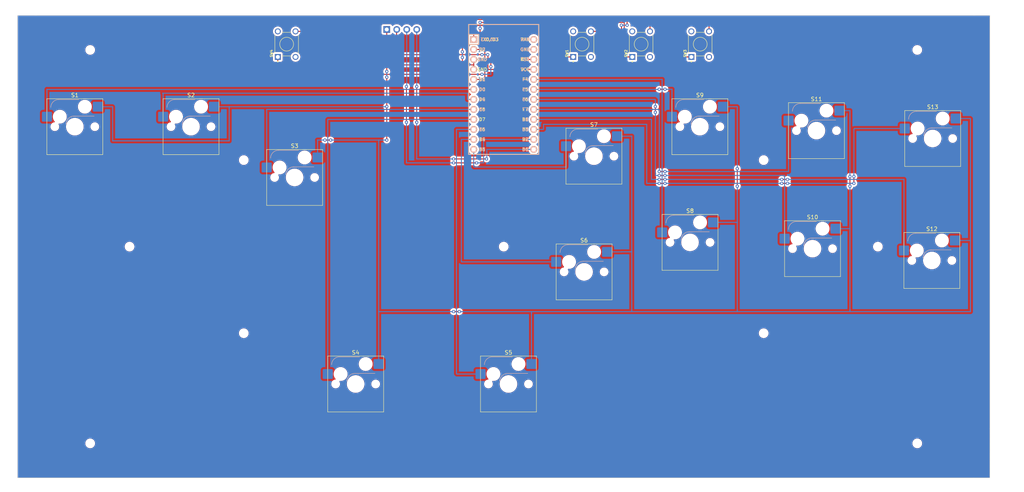
<source format=kicad_pcb>
(kicad_pcb (version 20221018) (generator pcbnew)
  (layers (0 "F.Cu" signal) (31 "B.Cu" signal) (34 "B.Paste" user) (35 "F.Paste" user) (36 "B.SilkS" user "B.Silkscreen") (37 "F.SilkS" user "F.Silkscreen") (38 "B.Mask" user) (39 "F.Mask" user) (44 "Edge.Cuts" user))
  (net 0 "")
  (net 1 "Ground")
  (net 2 "Power")
  (net 3 "Display1")
  (net 4 "Display2")
  (net 5 "Negative")
  (net 6 "Pin4")
  (net 7 "Pin5")
  (net 8 "Pin6")
  (net 9 "Pin7")
  (net 10 "Pin8")
  (net 11 "Pin9")
  (net 12 "Pin10")
  (net 13 "Pin11")
  (net 14 "Pin12")
  (net 15 "Pin13")
  (net 16 "Pin14")
  (net 17 "Pin15")
  (net 18 "Pin16")
  (net 19 "Positive")
  (net 21 "Pin1")
  (net 24 "Pin2")
  (net 27 "Pin3")
  (net 30 "Reset")
  (footprint "MountingHole:MountingHole_2mm" (layer "F.Cu") (at 239.8145 142.49)
    (fp_text reference "H9" hide)
    (fp_text value "Mounting_Hole")
    (pad "" np_thru_hole circle (at 0 0) (size 2 2) (drill 2) (layers "*.Cu" "*.Mask"))
  )
  (footprint "comps:SW_1825910-6-4" (layer "F.Cu") (at 193.7045 69.02 90)
    (fp_text reference "SW1" (at -2.3627 -3.844398 90) (layer "F.SilkS") (effects (font (size 0.630643 0.630643))))
    (fp_text value "1825910-6")
    (pad "1" thru_hole rect (at -3.25 -2.25 90) (size 1.498 1.498) (drill 0.99) (layers "*.Cu" "*.Mask") (net 21 "Pin1"))
    (pad "2" thru_hole circle (at 3.25 -2.25 90) (size 1.498 1.498) (drill 0.99) (layers "*.Cu" "*.Mask"))
    (pad "3" thru_hole circle (at -3.25 2.25 90) (size 1.498 1.498) (drill 0.99) (layers "*.Cu" "*.Mask"))
    (pad "4" thru_hole circle (at 3.25 2.25 90) (size 1.498 1.498) (drill 0.99) (layers "*.Cu" "*.Mask") (net 1 "Ground"))
  )
  (footprint "comps:SW_1825910-6-4" (layer "F.Cu") (at 118.7045 69.02 90)
    (fp_text reference "SW4" (at -2.3627 -3.844398 90) (layer "F.SilkS") (effects (font (size 0.630643 0.630643))))
    (fp_text value "1825910-6")
    (pad "1" thru_hole rect (at -3.25 -2.25 90) (size 1.498 1.498) (drill 0.99) (layers "*.Cu" "*.Mask") (net 30 "Reset"))
    (pad "2" thru_hole circle (at 3.25 -2.25 90) (size 1.498 1.498) (drill 0.99) (layers "*.Cu" "*.Mask"))
    (pad "3" thru_hole circle (at -3.25 2.25 90) (size 1.498 1.498) (drill 0.99) (layers "*.Cu" "*.Mask"))
    (pad "4" thru_hole circle (at 3.25 2.25 90) (size 1.498 1.498) (drill 0.99) (layers "*.Cu" "*.Mask") (net 1 "Ground"))
  )
  (footprint "MountingHole:MountingHole_2mm" (layer "F.Cu") (at 278.8145 70.49)
    (fp_text reference "H4" hide)
    (fp_text value "Mounting_Hole")
    (pad "" np_thru_hole circle (at 0 0) (size 2 2) (drill 2) (layers "*.Cu" "*.Mask"))
  )
  (footprint "ScottoKeebs_Hotswap:Hotswap_MX_1.00u" (layer "F.Cu") (at 196.72 97.5)
    (fp_text reference "S7" (at 0 -8) (layer "F.SilkS"))
    (fp_text value "Keyswitch")
    (pad "" np_thru_hole circle (at -5.08 0) (size 1.75 1.75) (drill 1.75) (layers "*.Cu" "*.Mask"))
    (pad "" np_thru_hole circle (at -3.81 -2.54) (size 3.05 3.05) (drill 3.05) (layers "*.Cu" "*.Mask"))
    (pad "" np_thru_hole circle (at 0 0) (size 4 4) (drill 4) (layers "*.Cu" "*.Mask"))
    (pad "" np_thru_hole circle (at 2.54 -5.08) (size 3.05 3.05) (drill 3.05) (layers "*.Cu" "*.Mask"))
    (pad "" np_thru_hole circle (at 5.08 0) (size 1.75 1.75) (drill 1.75) (layers "*.Cu" "*.Mask"))
    (pad "1" smd roundrect (at -7.085 -2.54) (size 2.55 2.5) (layers "B.Cu" "B.Paste" "B.Mask") (roundrect_rratio 0.1) (net 12 "Pin10"))
    (pad "2" smd roundrect (at 5.842 -5.08) (size 2.55 2.5) (layers "B.Cu" "B.Paste" "B.Mask") (roundrect_rratio 0.1) (net 1 "Ground"))
  )
  (footprint "ScottoKeebs_MCU:Arduino_Pro_Micro" (layer "F.Cu") (at 173.8145 81.8)
    (fp_text reference "U1" hide)
    (fp_text value "Arduino_Pro_Micro" hide)
    (fp_text user "F7" (at 5.461 3.81) (layer "B.SilkS") (effects (font (size 0.8 0.8)) (justify mirror)))
    (fp_text user "GND" (at -5.461 -8.89) (layer "B.SilkS") (effects (font (size 0.8 0.8)) (justify mirror)))
    (fp_text user "F6" (at 5.461 1.27) (layer "B.SilkS") (effects (font (size 0.8 0.8)) (justify mirror)))
    (fp_text user "B5" (at -5.461 13.97) (layer "B.SilkS") (effects (font (size 0.8 0.8)) (justify mirror)))
    (fp_text user "F5" (at 5.461 -1.27) (layer "B.SilkS") (effects (font (size 0.8 0.8)) (justify mirror)))
    (fp_text user "B2" (at 5.461 11.43) (layer "B.SilkS") (effects (font (size 0.8 0.8)) (justify mirror)))
    (fp_text user "ST" (at 5.04 -8.91) (layer "B.SilkS") (effects (font (size 0.8 0.8)) (justify mirror)))
    (fp_text user "E6" (at -5.461 8.89) (layer "B.SilkS") (effects (font (size 0.8 0.8)) (justify mirror)))
    (fp_text user "B6" (at 5.461 13.97) (layer "B.SilkS") (effects (font (size 0.8 0.8)) (justify mirror)))
    (fp_text user "D4" (at -5.461 1.27) (layer "B.SilkS") (effects (font (size 0.8 0.8)) (justify mirror)))
    (fp_text user "RAW" (at 5.461 -13.97) (layer "B.SilkS") (effects (font (size 0.8 0.8)) (justify mirror)))
    (fp_text user "B1" (at 5.461 6.35) (layer "B.SilkS") (effects (font (size 0.8 0.8)) (justify mirror)))
    (fp_text user "D0" (at -5.461 -1.27) (layer "B.SilkS") (effects (font (size 0.8 0.8)) (justify mirror)))
    (fp_text user "B4" (at -5.461 11.43) (layer "B.SilkS") (effects (font (size 0.8 0.8)) (justify mirror)))
    (fp_text user "F4" (at 5.461 -3.81) (layer "B.SilkS") (effects (font (size 0.8 0.8)) (justify mirror)))
    (fp_text user "GND" (at 5.461 -11.43) (layer "B.SilkS") (effects (font (size 0.8 0.8)) (justify mirror)))
    (fp_text user "D1" (at -5.461 -3.81) (layer "B.SilkS") (effects (font (size 0.8 0.8)) (justify mirror)))
    (fp_text user "TX0/D3" (at -3.571872 -13.97) (layer "B.SilkS") (effects (font (size 0.8 0.8)) (justify mirror)))
    (fp_text user "C6" (at -5.461 3.81) (layer "B.SilkS") (effects (font (size 0.8 0.8)) (justify mirror)))
    (fp_text user "D2" (at -5.461 -11.43) (layer "B.SilkS") (effects (font (size 0.8 0.8)) (justify mirror)))
    (fp_text user "VCC" (at 5.461 -6.35) (layer "B.SilkS") (effects (font (size 0.8 0.8)) (justify mirror)))
    (fp_text user "B3" (at 5.461 8.89) (layer "B.SilkS") (effects (font (size 0.8 0.8)) (justify mirror)))
    (fp_text user "D2" (at -5.461 -11.43) (layer "F.SilkS") (effects (font (size 0.8 0.8))))
    (fp_text user "C6" (at -5.461 3.81) (layer "F.SilkS") (effects (font (size 0.8 0.8))))
    (fp_text user "B3" (at 5.461 8.89) (layer "F.SilkS") (effects (font (size 0.8 0.8))))
    (fp_text user "B1" (at 5.461 6.35) (layer "F.SilkS") (effects (font (size 0.8 0.8))))
    (fp_text user "B2" (at 5.461 11.43) (layer "F.SilkS") (effects (font (size 0.8 0.8))))
    (fp_text user "F7" (at 5.461 3.81) (layer "F.SilkS") (effects (font (size 0.8 0.8))))
    (fp_text user "GND" (at -5.461 -6.35) (layer "F.SilkS") (effects (font (size 0.8 0.8))))
    (fp_text user "VCC" (at 5.461 -6.35) (layer "F.SilkS") (effects (font (size 0.8 0.8))))
    (fp_text user "D0" (at -5.461 -1.27) (layer "F.SilkS") (effects (font (size 0.8 0.8))))
    (fp_text user "B4" (at -5.461 11.43) (layer "F.SilkS") (effects (font (size 0.8 0.8))))
    (fp_text user "F6" (at 5.461 1.27) (layer "F.SilkS") (effects (font (size 0.8 0.8))))
    (fp_text user "RAW" (at 5.461 -13.97) (layer "F.SilkS") (effects (font (size 0.8 0.8))))
    (fp_text user "GND" (at -5.461 -8.89) (layer "F.SilkS") (effects (font (size 0.8 0.8))))
    (fp_text user "B6" (at 5.461 13.97) (layer "F.SilkS") (effects (font (size 0.8 0.8))))
    (fp_text user "GND" (at 5.461 -11.43) (layer "F.SilkS") (effects (font (size 0.8 0.8))))
    (fp_text user "F5" (at 5.461 -1.27) (layer "F.SilkS") (effects (font (size 0.8 0.8))))
    (fp_text user "B5" (at -5.461 13.97) (layer "F.SilkS") (effects (font (size 0.8 0.8))))
    (fp_text user "E6" (at -5.461 8.89) (layer "F.SilkS") (effects (font (size 0.8 0.8))))
    (fp_text user "D4" (at -5.461 1.27) (layer "F.SilkS") (effects (font (size 0.8 0.8))))
    (fp_text user "TX0/D3" (at -3.571872 -13.97) (layer "F.SilkS") (effects (font (size 0.8 0.8))))
    (fp_text user "F4" (at 5.461 -3.81) (layer "F.SilkS") (effects (font (size 0.8 0.8))))
    (fp_text user "ST" (at 5.73312 -8.92) (layer "F.SilkS") (effects (font (size 0.8 0.8))))
    (fp_text user "D1" (at -5.461 -3.81) (layer "F.SilkS") (effects (font (size 0.8 0.8))))
    (fp_text user "D7" (at -5.461 6.35) (layer "F.SilkS") (effects (font (size 0.8 0.8))))
    (pad "1" thru_hole rect (at -7.62 -13.97 270) (size 1.7526 1.7526) (drill 1.0922) (layers "*.Cu" "*.SilkS" "*.Mask") (net 21 "Pin1"))
    (pad "2" thru_hole circle (at -7.62 -11.43 270) (size 1.7526 1.7526) (drill 1.0922) (layers "*.Cu" "*.SilkS" "*.Mask") (net 24 "Pin2"))
    (pad "3" thru_hole circle (at -7.62 -8.89 270) (size 1.7526 1.7526) (drill 1.0922) (layers "*.Cu" "*.SilkS" "*.Mask") (net 1 "Ground"))
    (pad "4" thru_hole circle (at -7.62 -6.35 270) (size 1.7526 1.7526) (drill 1.0922) (layers "*.Cu" "*.SilkS" "*.Mask") (net 1 "Ground"))
    (pad "5" thru_hole circle (at -7.62 -3.81 270) (size 1.7526 1.7526) (drill 1.0922) (layers "*.Cu" "*.SilkS" "*.Mask") (net 27 "Pin3"))
    (pad "6" thru_hole circle (at -7.62 -1.27 270) (size 1.7526 1.7526) (drill 1.0922) (layers "*.Cu" "*.SilkS" "*.Mask") (net 6 "Pin4"))
    (pad "7" thru_hole circle (at -7.62 1.27 270) (size 1.7526 1.7526) (drill 1.0922) (layers "*.Cu" "*.SilkS" "*.Mask") (net 7 "Pin5"))
    (pad "8" thru_hole circle (at -7.62 3.81 270) (size 1.7526 1.7526) (drill 1.0922) (layers "*.Cu" "*.SilkS" "*.Mask") (net 8 "Pin6"))
    (pad "9" thru_hole circle (at -7.62 6.35 270) (size 1.7526 1.7526) (drill 1.0922) (layers "*.Cu" "*.SilkS" "*.Mask") (net 9 "Pin7"))
    (pad "10" thru_hole circle (at -7.62 8.89 270) (size 1.7526 1.7526) (drill 1.0922) (layers "*.Cu" "*.SilkS" "*.Mask") (net 10 "Pin8"))
    (pad "11" thru_hole circle (at -7.62 11.43 270) (size 1.7526 1.7526) (drill 1.0922) (layers "*.Cu" "*.SilkS" "*.Mask") (net 11 "Pin9"))
    (pad "12" thru_hole circle (at -7.62 13.97 270) (size 1.7526 1.7526) (drill 1.0922) (layers "*.Cu" "*.SilkS" "*.Mask") (net 12 "Pin10"))
    (pad "13" thru_hole circle (at 7.62 13.97 270) (size 1.7526 1.7526) (drill 1.0922) (layers "*.Cu" "*.SilkS" "*.Mask") (net 4 "Display2"))
    (pad "14" thru_hole circle (at 7.62 11.43 270) (size 1.7526 1.7526) (drill 1.0922) (layers "*.Cu" "*.SilkS" "*.Mask") (net 3 "Display1"))
    (pad "15" thru_hole circle (at 7.62 8.89 270) (size 1.7526 1.7526) (drill 1.0922) (layers "*.Cu" "*.SilkS" "*.Mask") (net 18 "Pin16"))
    (pad "16" thru_hole circle (at 7.62 6.35 270) (size 1.7526 1.7526) (drill 1.0922) (layers "*.Cu" "*.SilkS" "*.Mask") (net 17 "Pin15"))
    (pad "17" thru_hole circle (at 7.62 3.81 270) (size 1.7526 1.7526) (drill 1.0922) (layers "*.Cu" "*.SilkS" "*.Mask") (net 16 "Pin14"))
    (pad "18" thru_hole circle (at 7.62 1.27 270) (size 1.7526 1.7526) (drill 1.0922) (layers "*.Cu" "*.SilkS" "*.Mask") (net 15 "Pin13"))
    (pad "19" thru_hole circle (at 7.62 -1.27 270) (size 1.7526 1.7526) (drill 1.0922) (layers "*.Cu" "*.SilkS" "*.Mask") (net 14 "Pin12"))
    (pad "20" thru_hole circle (at 7.62 -3.81 270) (size 1.7526 1.7526) (drill 1.0922) (layers "*.Cu" "*.SilkS" "*.Mask") (net 13 "Pin11"))
    (pad "21" thru_hole circle (at 7.62 -6.35 270) (size 1.7526 1.7526) (drill 1.0922) (layers "*.Cu" "*.SilkS" "*.Mask") (net 2 "Power"))
    (pad "22" thru_hole circle (at 7.62 -8.89 270) (size 1.7526 1.7526) (drill 1.0922) (layers "*.Cu" "*.SilkS" "*.Mask") (net 30 "Reset"))
    (pad "23" thru_hole circle (at 7.62 -11.43 270) (size 1.7526 1.7526) (drill 1.0922) (layers "*.Cu" "*.SilkS" "*.Mask") (net 5 "Negative"))
    (pad "24" thru_hole circle (at 7.62 -13.97 270) (size 1.7526 1.7526) (drill 1.0922) (layers "*.Cu" "*.SilkS" "*.Mask") (net 19 "Positive"))
  )
  (footprint "MountingHole:MountingHole_2mm" (layer "F.Cu") (at 268.8145 120.49)
    (fp_text reference "H5" hide)
    (fp_text value "Mounting_Hole")
    (pad "" np_thru_hole circle (at 0 0) (size 2 2) (drill 2) (layers "*.Cu" "*.Mask"))
  )
  (footprint "MountingHole:MountingHole_2mm" (layer "F.Cu") (at 107.8145 98.49)
    (fp_text reference "H7" hide)
    (fp_text value "Mounting_Hole")
    (pad "" np_thru_hole circle (at 0 0) (size 2 2) (drill 2) (layers "*.Cu" "*.Mask"))
  )
  (footprint "ScottoKeebs_Hotswap:Hotswap_MX_1.00u" (layer "F.Cu") (at 221.12 119.4)
    (fp_text reference "S8" (at 0 -8) (layer "F.SilkS"))
    (fp_text value "Keyswitch")
    (pad "" np_thru_hole circle (at -5.08 0) (size 1.75 1.75) (drill 1.75) (layers "*.Cu" "*.Mask"))
    (pad "" np_thru_hole circle (at -3.81 -2.54) (size 3.05 3.05) (drill 3.05) (layers "*.Cu" "*.Mask"))
    (pad "" np_thru_hole circle (at 0 0) (size 4 4) (drill 4) (layers "*.Cu" "*.Mask"))
    (pad "" np_thru_hole circle (at 2.54 -5.08) (size 3.05 3.05) (drill 3.05) (layers "*.Cu" "*.Mask"))
    (pad "" np_thru_hole circle (at 5.08 0) (size 1.75 1.75) (drill 1.75) (layers "*.Cu" "*.Mask"))
    (pad "1" smd roundrect (at -7.085 -2.54) (size 2.55 2.5) (layers "B.Cu" "B.Paste" "B.Mask") (roundrect_rratio 0.1) (net 13 "Pin11"))
    (pad "2" smd roundrect (at 5.842 -5.08) (size 2.55 2.5) (layers "B.Cu" "B.Paste" "B.Mask") (roundrect_rratio 0.1) (net 1 "Ground"))
  )
  (footprint "ScottoKeebs_Hotswap:Hotswap_MX_1.00u" (layer "F.Cu") (at 253.22 91)
    (fp_text reference "S11" (at 0 -8) (layer "F.SilkS"))
    (fp_text value "Keyswitch")
    (pad "" np_thru_hole circle (at -5.08 0) (size 1.75 1.75) (drill 1.75) (layers "*.Cu" "*.Mask"))
    (pad "" np_thru_hole circle (at -3.81 -2.54) (size 3.05 3.05) (drill 3.05) (layers "*.Cu" "*.Mask"))
    (pad "" np_thru_hole circle (at 0 0) (size 4 4) (drill 4) (layers "*.Cu" "*.Mask"))
    (pad "" np_thru_hole circle (at 2.54 -5.08) (size 3.05 3.05) (drill 3.05) (layers "*.Cu" "*.Mask"))
    (pad "" np_thru_hole circle (at 5.08 0) (size 1.75 1.75) (drill 1.75) (layers "*.Cu" "*.Mask"))
    (pad "1" smd roundrect (at -7.085 -2.54) (size 2.55 2.5) (layers "B.Cu" "B.Paste" "B.Mask") (roundrect_rratio 0.1) (net 16 "Pin14"))
    (pad "2" smd roundrect (at 5.842 -5.08) (size 2.55 2.5) (layers "B.Cu" "B.Paste" "B.Mask") (roundrect_rratio 0.1) (net 1 "Ground"))
  )
  (footprint "MountingHole:MountingHole_2mm" (layer "F.Cu") (at 68.8145 70.49)
    (fp_text reference "H1" hide)
    (fp_text value "Mounting_Hole")
    (pad "" np_thru_hole circle (at 0 0) (size 2 2) (drill 2) (layers "*.Cu" "*.Mask"))
  )
  (footprint "ScottoKeebs_Hotswap:Hotswap_MX_1.00u" (layer "F.Cu") (at 223.62 90)
    (fp_text reference "S9" (at 0 -8) (layer "F.SilkS"))
    (fp_text value "Keyswitch")
    (pad "" np_thru_hole circle (at -5.08 0) (size 1.75 1.75) (drill 1.75) (layers "*.Cu" "*.Mask"))
    (pad "" np_thru_hole circle (at -3.81 -2.54) (size 3.05 3.05) (drill 3.05) (layers "*.Cu" "*.Mask"))
    (pad "" np_thru_hole circle (at 0 0) (size 4 4) (drill 4) (layers "*.Cu" "*.Mask"))
    (pad "" np_thru_hole circle (at 2.54 -5.08) (size 3.05 3.05) (drill 3.05) (layers "*.Cu" "*.Mask"))
    (pad "" np_thru_hole circle (at 5.08 0) (size 1.75 1.75) (drill 1.75) (layers "*.Cu" "*.Mask"))
    (pad "1" smd roundrect (at -7.085 -2.54) (size 2.55 2.5) (layers "B.Cu" "B.Paste" "B.Mask") (roundrect_rratio 0.1) (net 14 "Pin12"))
    (pad "2" smd roundrect (at 5.842 -5.08) (size 2.55 2.5) (layers "B.Cu" "B.Paste" "B.Mask") (roundrect_rratio 0.1) (net 1 "Ground"))
  )
  (footprint "MountingHole:MountingHole_2mm" (layer "F.Cu") (at 173.8145 120.49)
    (fp_text reference "H11" hide)
    (fp_text value "Mounting_Hole")
    (pad "" np_thru_hole circle (at 0 0) (size 2 2) (drill 2) (layers "*.Cu" "*.Mask"))
  )
  (footprint "MountingHole:MountingHole_2mm" (layer "F.Cu") (at 78.8145 120.49)
    (fp_text reference "H6" hide)
    (fp_text value "Mounting_Hole")
    (pad "" np_thru_hole circle (at 0 0) (size 2 2) (drill 2) (layers "*.Cu" "*.Mask"))
  )
  (footprint "ScottoKeebs_Hotswap:Hotswap_MX_1.00u" (layer "F.Cu") (at 282.72 93)
    (fp_text reference "S13" (at 0 -8) (layer "F.SilkS"))
    (fp_text value "Keyswitch")
    (pad "" np_thru_hole circle (at -5.08 0) (size 1.75 1.75) (drill 1.75) (layers "*.Cu" "*.Mask"))
    (pad "" np_thru_hole circle (at -3.81 -2.54) (size 3.05 3.05) (drill 3.05) (layers "*.Cu" "*.Mask"))
    (pad "" np_thru_hole circle (at 0 0) (size 4 4) (drill 4) (layers "*.Cu" "*.Mask"))
    (pad "" np_thru_hole circle (at 2.54 -5.08) (size 3.05 3.05) (drill 3.05) (layers "*.Cu" "*.Mask"))
    (pad "" np_thru_hole circle (at 5.08 0) (size 1.75 1.75) (drill 1.75) (layers "*.Cu" "*.Mask"))
    (pad "1" smd roundrect (at -7.085 -2.54) (size 2.55 2.5) (layers "B.Cu" "B.Paste" "B.Mask") (roundrect_rratio 0.1) (net 18 "Pin16"))
    (pad "2" smd roundrect (at 5.842 -5.08) (size 2.55 2.5) (layers "B.Cu" "B.Paste" "B.Mask") (roundrect_rratio 0.1) (net 1 "Ground"))
  )
  (footprint "ScottoKeebs_Hotswap:Hotswap_MX_1.00u" (layer "F.Cu") (at 64.92 90)
    (fp_text reference "S1" (at 0 -8) (layer "F.SilkS"))
    (fp_text value "Keyswitch")
    (pad "" np_thru_hole circle (at -5.08 0) (size 1.75 1.75) (drill 1.75) (layers "*.Cu" "*.Mask"))
    (pad "" np_thru_hole circle (at -3.81 -2.54) (size 3.05 3.05) (drill 3.05) (layers "*.Cu" "*.Mask"))
    (pad "" np_thru_hole circle (at 0 0) (size 4 4) (drill 4) (layers "*.Cu" "*.Mask"))
    (pad "" np_thru_hole circle (at 2.54 -5.08) (size 3.05 3.05) (drill 3.05) (layers "*.Cu" "*.Mask"))
    (pad "" np_thru_hole circle (at 5.08 0) (size 1.75 1.75) (drill 1.75) (layers "*.Cu" "*.Mask"))
    (pad "1" smd roundrect (at -7.085 -2.54) (size 2.55 2.5) (layers "B.Cu" "B.Paste" "B.Mask") (roundrect_rratio 0.1) (net 6 "Pin4"))
    (pad "2" smd roundrect (at 5.842 -5.08) (size 2.55 2.5) (layers "B.Cu" "B.Paste" "B.Mask") (roundrect_rratio 0.1) (net 1 "Ground"))
  )
  (footprint "MountingHole:MountingHole_2mm" (layer "F.Cu") (at 68.8145 170.49)
    (fp_text reference "H2" hide)
    (fp_text value "Mounting_Hole")
    (pad "" np_thru_hole circle (at 0 0) (size 2 2) (drill 2) (layers "*.Cu" "*.Mask"))
  )
  (footprint "ScottoKeebs_Hotswap:Hotswap_MX_1.00u" (layer "F.Cu") (at 194.22 126.9)
    (fp_text reference "S6" (at 0 -8) (layer "F.SilkS"))
    (fp_text value "Keyswitch")
    (pad "" np_thru_hole circle (at -5.08 0) (size 1.75 1.75) (drill 1.75) (layers "*.Cu" "*.Mask"))
    (pad "" np_thru_hole circle (at -3.81 -2.54) (size 3.05 3.05) (drill 3.05) (layers "*.Cu" "*.Mask"))
    (pad "" np_thru_hole circle (at 0 0) (size 4 4) (drill 4) (layers "*.Cu" "*.Mask"))
    (pad "" np_thru_hole circle (at 2.54 -5.08) (size 3.05 3.05) (drill 3.05) (layers "*.Cu" "*.Mask"))
    (pad "" np_thru_hole circle (at 5.08 0) (size 1.75 1.75) (drill 1.75) (layers "*.Cu" "*.Mask"))
    (pad "1" smd roundrect (at -7.085 -2.54) (size 2.55 2.5) (layers "B.Cu" "B.Paste" "B.Mask") (roundrect_rratio 0.1) (net 11 "Pin9"))
    (pad "2" smd roundrect (at 5.842 -5.08) (size 2.55 2.5) (layers "B.Cu" "B.Paste" "B.Mask") (roundrect_rratio 0.1) (net 1 "Ground"))
  )
  (footprint "MountingHole:MountingHole_2mm" (layer "F.Cu") (at 107.8145 142.49)
    (fp_text reference "H10" hide)
    (fp_text value "Mounting_Hole")
    (pad "" np_thru_hole circle (at 0 0) (size 2 2) (drill 2) (layers "*.Cu" "*.Mask"))
  )
  (footprint "ScottoKeebs_Hotswap:Hotswap_MX_1.00u" (layer "F.Cu") (at 252.22 121)
    (fp_text reference "S10" (at 0 -8) (layer "F.SilkS"))
    (fp_text value "Keyswitch")
    (pad "" np_thru_hole circle (at -5.08 0) (size 1.75 1.75) (drill 1.75) (layers "*.Cu" "*.Mask"))
    (pad "" np_thru_hole circle (at -3.81 -2.54) (size 3.05 3.05) (drill 3.05) (layers "*.Cu" "*.Mask"))
    (pad "" np_thru_hole circle (at 0 0) (size 4 4) (drill 4) (layers "*.Cu" "*.Mask"))
    (pad "" np_thru_hole circle (at 2.54 -5.08) (size 3.05 3.05) (drill 3.05) (layers "*.Cu" "*.Mask"))
    (pad "" np_thru_hole circle (at 5.08 0) (size 1.75 1.75) (drill 1.75) (layers "*.Cu" "*.Mask"))
    (pad "1" smd roundrect (at -7.085 -2.54) (size 2.55 2.5) (layers "B.Cu" "B.Paste" "B.Mask") (roundrect_rratio 0.1) (net 15 "Pin13"))
    (pad "2" smd roundrect (at 5.842 -5.08) (size 2.55 2.5) (layers "B.Cu" "B.Paste" "B.Mask") (roundrect_rratio 0.1) (net 1 "Ground"))
  )
  (footprint "ScottoKeebs_Hotswap:Hotswap_MX_1.00u" (layer "F.Cu") (at 94.42 90)
    (fp_text reference "S2" (at 0 -8) (layer "F.SilkS"))
    (fp_text value "Keyswitch")
    (pad "" np_thru_hole circle (at -5.08 0) (size 1.75 1.75) (drill 1.75) (layers "*.Cu" "*.Mask"))
    (pad "" np_thru_hole circle (at -3.81 -2.54) (size 3.05 3.05) (drill 3.05) (layers "*.Cu" "*.Mask"))
    (pad "" np_thru_hole circle (at 0 0) (size 4 4) (drill 4) (layers "*.Cu" "*.Mask"))
    (pad "" np_thru_hole circle (at 2.54 -5.08) (size 3.05 3.05) (drill 3.05) (layers "*.Cu" "*.Mask"))
    (pad "" np_thru_hole circle (at 5.08 0) (size 1.75 1.75) (drill 1.75) (layers "*.Cu" "*.Mask"))
    (pad "1" smd roundrect (at -7.085 -2.54) (size 2.55 2.5) (layers "B.Cu" "B.Paste" "B.Mask") (roundrect_rratio 0.1) (net 7 "Pin5"))
    (pad "2" smd roundrect (at 5.842 -5.08) (size 2.55 2.5) (layers "B.Cu" "B.Paste" "B.Mask") (roundrect_rratio 0.1) (net 1 "Ground"))
  )
  (footprint "MountingHole:MountingHole_2mm" (layer "F.Cu") (at 278.8145 170.49)
    (fp_text reference "H3" hide)
    (fp_text value "Mounting_Hole")
    (pad "" np_thru_hole circle (at 0 0) (size 2 2) (drill 2) (layers "*.Cu" "*.Mask"))
  )
  (footprint "ScottoKeebs_Hotswap:Hotswap_MX_1.00u" (layer "F.Cu") (at 282.52 124)
    (fp_text reference "S12" (at 0 -8) (layer "F.SilkS"))
    (fp_text value "Keyswitch")
    (pad "" np_thru_hole circle (at -5.08 0) (size 1.75 1.75) (drill 1.75) (layers "*.Cu" "*.Mask"))
    (pad "" np_thru_hole circle (at -3.81 -2.54) (size 3.05 3.05) (drill 3.05) (layers "*.Cu" "*.Mask"))
    (pad "" np_thru_hole circle (at 0 0) (size 4 4) (drill 4) (layers "*.Cu" "*.Mask"))
    (pad "" np_thru_hole circle (at 2.54 -5.08) (size 3.05 3.05) (drill 3.05) (layers "*.Cu" "*.Mask"))
    (pad "" np_thru_hole circle (at 5.08 0) (size 1.75 1.75) (drill 1.75) (layers "*.Cu" "*.Mask"))
    (pad "1" smd roundrect (at -7.085 -2.54) (size 2.55 2.5) (layers "B.Cu" "B.Paste" "B.Mask") (roundrect_rratio 0.1) (net 17 "Pin15"))
    (pad "2" smd roundrect (at 5.842 -5.08) (size 2.55 2.5) (layers "B.Cu" "B.Paste" "B.Mask") (roundrect_rratio 0.1) (net 1 "Ground"))
  )
  (footprint "ScottoKeebs_Components:OLED_128x64" (layer "F.Cu") (at 147.9245 65.29)
    (fp_text reference "J1" hide)
    (fp_text value "OLED_128x64" hide)
    (pad "1" thru_hole rect (at -3.81 0 90) (size 1.7 1.7) (drill 1) (layers "*.Cu" "*.Mask") (net 1 "Ground"))
    (pad "2" thru_hole oval (at -1.27 0 90) (size 1.7 1.7) (drill 1) (layers "*.Cu" "*.Mask") (net 2 "Power"))
    (pad "3" thru_hole oval (at 1.27 0 90) (size 1.7 1.7) (drill 1) (layers "*.Cu" "*.Mask") (net 3 "Display1"))
    (pad "4" thru_hole oval (at 3.81 0 90) (size 1.7 1.7) (drill 1) (layers "*.Cu" "*.Mask") (net 4 "Display2"))
  )
  (footprint "ScottoKeebs_Hotswap:Hotswap_MX_1.00u" (layer "F.Cu") (at 136.22 155.4)
    (fp_text reference "S4" (at 0 -8) (layer "F.SilkS"))
    (fp_text value "Keyswitch")
    (pad "" np_thru_hole circle (at -5.08 0) (size 1.75 1.75) (drill 1.75) (layers "*.Cu" "*.Mask"))
    (pad "" np_thru_hole circle (at -3.81 -2.54) (size 3.05 3.05) (drill 3.05) (layers "*.Cu" "*.Mask"))
    (pad "" np_thru_hole circle (at 0 0) (size 4 4) (drill 4) (layers "*.Cu" "*.Mask"))
    (pad "" np_thru_hole circle (at 2.54 -5.08) (size 3.05 3.05) (drill 3.05) (layers "*.Cu" "*.Mask"))
    (pad "" np_thru_hole circle (at 5.08 0) (size 1.75 1.75) (drill 1.75) (layers "*.Cu" "*.Mask"))
    (pad "1" smd roundrect (at -7.085 -2.54) (size 2.55 2.5) (layers "B.Cu" "B.Paste" "B.Mask") (roundrect_rratio 0.1) (net 9 "Pin7"))
    (pad "2" smd roundrect (at 5.842 -5.08) (size 2.55 2.5) (layers "B.Cu" "B.Paste" "B.Mask") (roundrect_rratio 0.1) (net 1 "Ground"))
  )
  (footprint "comps:SW_1825910-6-4" (layer "F.Cu") (at 223.7045 69.02 90)
    (fp_text reference "SW3" (at -2.3627 -3.844398 90) (layer "F.SilkS") (effects (font (size 0.630643 0.630643))))
    (fp_text value "1825910-6")
    (pad "1" thru_hole rect (at -3.25 -2.25 90) (size 1.498 1.498) (drill 0.99) (layers "*.Cu" "*.Mask") (net 27 "Pin3"))
    (pad "2" thru_hole circle (at 3.25 -2.25 90) (size 1.498 1.498) (drill 0.99) (layers "*.Cu" "*.Mask"))
    (pad "3" thru_hole circle (at -3.25 2.25 90) (size 1.498 1.498) (drill 0.99) (layers "*.Cu" "*.Mask"))
    (pad "4" thru_hole circle (at 3.25 2.25 90) (size 1.498 1.498) (drill 0.99) (layers "*.Cu" "*.Mask") (net 1 "Ground"))
  )
  (footprint "MountingHole:MountingHole_2mm" (layer "F.Cu") (at 239.8145 98.49)
    (fp_text reference "H8" hide)
    (fp_text value "Mounting_Hole")
    (pad "" np_thru_hole circle (at 0 0) (size 2 2) (drill 2) (layers "*.Cu" "*.Mask"))
  )
  (footprint "ScottoKeebs_Hotswap:Hotswap_MX_1.00u" (layer "F.Cu") (at 175.02 155.4)
    (fp_text reference "S5" (at 0 -8) (layer "F.SilkS"))
    (fp_text value "Keyswitch")
    (pad "" np_thru_hole circle (at -5.08 0) (size 1.75 1.75) (drill 1.75) (layers "*.Cu" "*.Mask"))
    (pad "" np_thru_hole circle (at -3.81 -2.54) (size 3.05 3.05) (drill 3.05) (layers "*.Cu" "*.Mask"))
    (pad "" np_thru_hole circle (at 0 0) (size 4 4) (drill 4) (layers "*.Cu" "*.Mask"))
    (pad "" np_thru_hole circle (at 2.54 -5.08) (size 3.05 3.05) (drill 3.05) (layers "*.Cu" "*.Mask"))
    (pad "" np_thru_hole circle (at 5.08 0) (size 1.75 1.75) (drill 1.75) (layers "*.Cu" "*.Mask"))
    (pad "1" smd roundrect (at -7.085 -2.54) (size 2.55 2.5) (layers "B.Cu" "B.Paste" "B.Mask") (roundrect_rratio 0.1) (net 10 "Pin8"))
    (pad "2" smd roundrect (at 5.842 -5.08) (size 2.55 2.5) (layers "B.Cu" "B.Paste" "B.Mask") (roundrect_rratio 0.1) (net 1 "Ground"))
  )
  (footprint "ScottoKeebs_Hotswap:Hotswap_MX_1.00u" (layer "F.Cu") (at 120.72 102.9)
    (fp_text reference "S3" (at 0 -8) (layer "F.SilkS"))
    (fp_text value "Keyswitch")
    (pad "" np_thru_hole circle (at -5.08 0) (size 1.75 1.75) (drill 1.75) (layers "*.Cu" "*.Mask"))
    (pad "" np_thru_hole circle (at -3.81 -2.54) (size 3.05 3.05) (drill 3.05) (layers "*.Cu" "*.Mask"))
    (pad "" np_thru_hole circle (at 0 0) (size 4 4) (drill 4) (layers "*.Cu" "*.Mask"))
    (pad "" np_thru_hole circle (at 2.54 -5.08) (size 3.05 3.05) (drill 3.05) (layers "*.Cu" "*.Mask"))
    (pad "" np_thru_hole circle (at 5.08 0) (size 1.75 1.75) (drill 1.75) (layers "*.Cu" "*.Mask"))
    (pad "1" smd roundrect (at -7.085 -2.54) (size 2.55 2.5) (layers "B.Cu" "B.Paste" "B.Mask") (roundrect_rratio 0.1) (net 8 "Pin6"))
    (pad "2" smd roundrect (at 5.842 -5.08) (size 2.55 2.5) (layers "B.Cu" "B.Paste" "B.Mask") (roundrect_rratio 0.1) (net 1 "Ground"))
  )
  (footprint "comps:SW_1825910-6-4" (layer "F.Cu") (at 208.7045 69.02 90)
    (fp_text reference "SW2" (at -2.3627 -3.844398 90) (layer "F.SilkS") (effects (font (size 0.630643 0.630643))))
    (fp_text value "1825910-6")
    (pad "1" thru_hole rect (at -3.25 -2.25 90) (size 1.498 1.498) (drill 0.99) (layers "*.Cu" "*.Mask") (net 24 "Pin2"))
    (pad "2" thru_hole circle (at 3.25 -2.25 90) (size 1.498 1.498) (drill 0.99) (layers "*.Cu" "*.Mask"))
    (pad "3" thru_hole circle (at -3.25 2.25 90) (size 1.498 1.498) (drill 0.99) (layers "*.Cu" "*.Mask"))
    (pad "4" thru_hole circle (at 3.25 2.25 90) (size 1.498 1.498) (drill 0.99) (layers "*.Cu" "*.Mask") (net 1 "Ground"))
  )
  (gr_line (start 297.247 166.74) (end 297.237 179.24) (stroke (width 0.1)) (layer "Edge.Cuts"))
  (gr_line (start 297.247 61.74) (end 297.247 166.74) (stroke (width 0.1)) (layer "Edge.Cuts"))
  (gr_line (start 293.137 61.74) (end 297.247 61.74) (stroke (width 0.1)) (layer "Edge.Cuts"))
  (gr_line (start 170.137 61.74) (end 293.137 61.74) (stroke (width 0.1)) (layer "Edge.Cuts"))
  (gr_line (start 50.392 61.74) (end 50.392 179.24) (stroke (width 0.1)) (layer "Edge.Cuts"))
  (gr_line (start 293.137 179.24) (end 55.137 179.24) (stroke (width 0.1)) (layer "Edge.Cuts"))
  (gr_line (start 170.137 61.74) (end 55.137 61.74) (stroke (width 0.1)) (layer "Edge.Cuts"))
  (gr_line (start 293.137 179.24) (end 297.237 179.24) (stroke (width 0.1)) (layer "Edge.Cuts"))
  (gr_line (start 55.137 61.74) (end 50.392 61.74) (stroke (width 0.1)) (layer "Edge.Cuts"))
  (gr_line (start 55.137 179.24) (end 50.392 179.24) (stroke (width 0.1)) (layer "Edge.Cuts"))
  (segment (start 144.12 74.1955) (end 144.12 75.965) (width 0.25) (layer "F.Cu") (net 1))
  (segment (start 210.9545 62.8345) (end 210.885 62.765) (width 0.25) (layer "F.Cu") (net 1))
  (segment (start 233.12 100.675) (end 233.12 105.125) (width 0.25) (layer "F.Cu") (net 1))
  (segment (start 261.719997 102.675) (end 261.719997 105.124997) (width 0.25) (layer "F.Cu") (net 1))
  (segment (start 166.1945 72.91) (end 166.1945 74.29) (width 0.25) (layer "F.Cu") (net 1))
  (segment (start 210.885 62.765) (end 210.89 62.77) (width 0.25) (layer "F.Cu") (net 1))
  (segment (start 166.1945 74.29) (end 166.1945 75.45) (width 0.25) (layer "F.Cu") (net 1))
  (segment (start 133.92 70.4) (end 144.1145 70.4) (width 0.25) (layer "F.Cu") (net 1))
  (segment (start 225.9245 62.77) (end 225.9545 62.8) (width 0.25) (layer "F.Cu") (net 1))
  (segment (start 133.89 65.77) (end 133.92 65.8) (width 0.25) (layer "F.Cu") (net 1))
  (segment (start 225.9545 62.8) (end 225.9545 65.77) (width 0.25) (layer "F.Cu") (net 1))
  (segment (start 205.1395 62.7845) (end 205.12 62.765) (width 0.25) (layer "F.Cu") (net 1))
  (segment (start 128.41 93.4) (end 129.86 93.4) (width 0.25) (layer "F.Cu") (net 1))
  (segment (start 162.5395 137) (end 161.0895 137) (width 0.25) (layer "F.Cu") (net 1))
  (segment (start 144.2145 74.29) (end 163.32 74.29) (width 0.25) (layer "F.Cu") (net 1))
  (segment (start 210.89 62.77) (end 225.9245 62.77) (width 0.25) (layer "F.Cu") (net 1))
  (segment (start 210.9545 65.77) (end 210.9545 62.8345) (width 0.25) (layer "F.Cu") (net 1))
  (segment (start 163.32 62.8) (end 163.32 70.965) (width 0.25) (layer "F.Cu") (net 1))
  (segment (start 203.72 65.77) (end 203.72 64.2455) (width 0.25) (layer "F.Cu") (net 1))
  (segment (start 144.1145 65.29) (end 144.1145 70.4) (width 0.25) (layer "F.Cu") (net 1))
  (segment (start 210.885 62.765) (end 205.12 62.765) (width 0.25) (layer "F.Cu") (net 1))
  (segment (start 205.1395 64.2) (end 205.1395 62.7845) (width 0.25) (layer "F.Cu") (net 1))
  (segment (start 144.1145 74.19) (end 144.12 74.1955) (width 0.25) (layer "F.Cu") (net 1))
  (segment (start 205.12 62.765) (end 163.355 62.765) (width 0.25) (layer "F.Cu") (net 1))
  (segment (start 261.719997 105.124997) (end 261.72 105.125) (width 0.25) (layer "F.Cu") (net 1))
  (segment (start 195.9545 65.77) (end 203.72 65.77) (width 0.25) (layer "F.Cu") (net 1))
  (segment (start 133.92 65.8) (end 133.92 70.4) (width 0.25) (layer "F.Cu") (net 1))
  (segment (start 203.72 64.2455) (end 203.6895 64.215) (width 0.25) (layer "F.Cu") (net 1))
  (segment (start 144.1145 70.4) (end 144.1145 74.19) (width 0.25) (layer "F.Cu") (net 1))
  (segment (start 144.1145 74.19) (end 144.2145 74.29) (width 0.25) (layer "F.Cu") (net 1))
  (segment (start 163.32 72.415) (end 163.32 74.29) (width 0.25) (layer "F.Cu") (net 1))
  (segment (start 163.32 74.29) (end 166.1945 74.29) (width 0.25) (layer "F.Cu") (net 1))
  (segment (start 144.12 77.415) (end 144.12 93.4) (width 0.25) (layer "F.Cu") (net 1))
  (segment (start 120.9545 65.77) (end 133.89 65.77) (width 0.25) (layer "F.Cu") (net 1))
  (segment (start 163.355 62.765) (end 163.32 62.8) (width 0.25) (layer "F.Cu") (net 1))
  (via (at 144.12 93.4) (size 0.8) (drill 0.4) (layers "F.Cu" "B.Cu") (net 1))
  (via (at 233.12 100.675) (size 0.8) (drill 0.4) (layers "F.Cu" "B.Cu") (net 1))
  (via (at 233.12 105.125) (size 0.8) (drill 0.4) (layers "F.Cu" "B.Cu") (net 1))
  (via (at 163.32 70.965) (size 0.8) (drill 0.4) (layers "F.Cu" "B.Cu") (net 1))
  (via (at 144.12 84.885) (size 0.8) (drill 0.4) (layers "F.Cu" "B.Cu") (net 1))
  (via (at 129.86 93.4) (size 0.8) (drill 0.4) (layers "F.Cu" "B.Cu") (net 1))
  (via (at 205.1395 64.2) (size 0.8) (drill 0.4) (layers "F.Cu" "B.Cu") (net 1))
  (via (at 261.719997 102.675) (size 0.8) (drill 0.4) (layers "F.Cu" "B.Cu") (net 1))
  (via (at 144.12 75.965) (size 0.8) (drill 0.4) (layers "F.Cu" "B.Cu") (net 1))
  (via (at 162.5395 137) (size 0.8) (drill 0.4) (layers "F.Cu" "B.Cu") (net 1))
  (via (at 128.41 93.4) (size 0.8) (drill 0.4) (layers "F.Cu" "B.Cu") (net 1))
  (via (at 163.32 72.415) (size 0.8) (drill 0.4) (layers "F.Cu" "B.Cu") (net 1))
  (via (at 161.0895 137) (size 0.8) (drill 0.4) (layers "F.Cu" "B.Cu") (net 1))
  (via (at 144.12 77.415) (size 0.8) (drill 0.4) (layers "F.Cu" "B.Cu") (net 1))
  (via (at 203.6895 64.215) (size 0.8) (drill 0.4) (layers "F.Cu" "B.Cu") (net 1))
  (via (at 261.72 105.125) (size 0.8) (drill 0.4) (layers "F.Cu" "B.Cu") (net 1))
  (segment (start 292.32 119) (end 292.32 137) (width 0.25) (layer "B.Cu") (net 1))
  (segment (start 161.0895 137) (end 142.062 137) (width 0.25) (layer "B.Cu") (net 1))
  (segment (start 292.32 137) (end 261.72 137) (width 0.25) (layer "B.Cu") (net 1))
  (segment (start 104.12 93.6) (end 104.12 84.92) (width 0.25) (layer "B.Cu") (net 1))
  (segment (start 206.32 137) (end 203.72 137) (width 0.25) (layer "B.Cu") (net 1))
  (segment (start 233.04 114.32) (end 233.12 114.4) (width 0.25) (layer "B.Cu") (net 1))
  (segment (start 180.862 137.058) (end 180.92 137) (width 0.25) (layer "B.Cu") (net 1))
  (segment (start 261.64 115.92) (end 261.72 116) (width 0.25) (layer "B.Cu") (net 1))
  (segment (start 74.52 93.6) (end 104.12 93.6) (width 0.25) (layer "B.Cu") (net 1))
  (segment (start 100.262 84.92) (end 104.12 84.92) (width 0.25) (layer "B.Cu") (net 1))
  (segment (start 206.3 92.42) (end 206.32 92.4) (width 0.25) (layer "B.Cu") (net 1))
  (segment (start 74.52 85) (end 74.52 93.6) (width 0.25) (layer "B.Cu") (net 1))
  (segment (start 233.12 85) (end 233.12 100.675) (width 0.25) (layer "B.Cu") (net 1))
  (segment (start 142.062 93.458) (end 142.12 93.4) (width 0.25) (layer "B.Cu") (net 1))
  (segment (start 70.762 84.92) (end 74.44 84.92) (width 0.25) (layer "B.Cu") (net 1))
  (segment (start 288.562 87.92) (end 292.24 87.92) (width 0.25) (layer "B.Cu") (net 1))
  (segment (start 229.462 84.92) (end 233.04 84.92) (width 0.25) (layer "B.Cu") (net 1))
  (segment (start 142.062 150.32) (end 142.062 137) (width 0.25) (layer "B.Cu") (net 1))
  (segment (start 203.7 121.82) (end 203.72 121.8) (width 0.25) (layer "B.Cu") (net 1))
  (segment (start 144.12 75.965) (end 144.12 77.415) (width 0.25) (layer "B.Cu") (net 1))
  (segment (start 129.86 93.4) (end 142.12 93.4) (width 0.25) (layer "B.Cu") (net 1))
  (segment (start 206.32 121.8) (end 206.32 137) (width 0.25) (layer "B.Cu") (net 1))
  (segment (start 205.1245 64.215) (end 205.1395 64.2) (width 0.25) (layer "B.Cu") (net 1))
  (segment (start 200.062 121.82) (end 203.7 121.82) (width 0.25) (layer "B.Cu") (net 1))
  (segment (start 292.32 88) (end 292.32 119) (width 0.25) (layer "B.Cu") (net 1))
  (segment (start 261.72 137) (end 233.12 137) (width 0.25) (layer "B.Cu") (net 1))
  (segment (start 206.32 92.4) (end 206.32 121.8) (width 0.25) (layer "B.Cu") (net 1))
  (segment (start 180.92 137) (end 162.5395 137) (width 0.25) (layer "B.Cu") (net 1))
  (segment (start 233.12 105.125) (end 233.12 114.4) (width 0.25) (layer "B.Cu") (net 1))
  (segment (start 126.562 97.82) (end 126.562 93.442) (width 0.25) (layer "B.Cu") (net 1))
  (segment (start 261.72 85.92) (end 261.72 102.674997) (width 0.25) (layer "B.Cu") (net 1))
  (segment (start 233.12 137) (end 206.32 137) (width 0.25) (layer "B.Cu") (net 1))
  (segment (start 74.44 84.92) (end 74.52 85) (width 0.25) (layer "B.Cu") (net 1))
  (segment (start 288.362 118.92) (end 292.24 118.92) (width 0.25) (layer "B.Cu") (net 1))
  (segment (start 292.24 87.92) (end 292.32 88) (width 0.25) (layer "B.Cu") (net 1))
  (segment (start 233.12 114.4) (end 233.12 137) (width 0.25) (layer "B.Cu") (net 1))
  (segment (start 126.52 93.4) (end 128.41 93.4) (width 0.25) (layer "B.Cu") (net 1))
  (segment (start 258.062 115.92) (end 261.64 115.92) (width 0.25) (layer "B.Cu") (net 1))
  (segment (start 261.72 102.674997) (end 261.719997 102.675) (width 0.25) (layer "B.Cu") (net 1))
  (segment (start 144.085 84.92) (end 144.12 84.885) (width 0.25) (layer "B.Cu") (net 1))
  (segment (start 292.24 118.92) (end 292.32 119) (width 0.25) (layer "B.Cu") (net 1))
  (segment (start 261.72 116) (end 261.72 137) (width 0.25) (layer "B.Cu") (net 1))
  (segment (start 104.12 84.92) (end 144.085 84.92) (width 0.25) (layer "B.Cu") (net 1))
  (segment (start 203.6895 64.215) (end 205.1245 64.215) (width 0.25) (layer "B.Cu") (net 1))
  (segment (start 203.72 121.8) (end 206.32 121.8) (width 0.25) (layer "B.Cu") (net 1))
  (segment (start 202.562 92.42) (end 206.3 92.42) (width 0.25) (layer "B.Cu") (net 1))
  (segment (start 180.862 150.32) (end 180.862 137.058) (width 0.25) (layer "B.Cu") (net 1))
  (segment (start 126.562 93.442) (end 126.52 93.4) (width 0.25) (layer "B.Cu") (net 1))
  (segment (start 203.72 137) (end 180.92 137) (width 0.25) (layer "B.Cu") (net 1))
  (segment (start 259.062 85.92) (end 261.72 85.92) (width 0.25) (layer "B.Cu") (net 1))
  (segment (start 233.04 84.92) (end 233.12 85) (width 0.25) (layer "B.Cu") (net 1))
  (segment (start 226.962 114.32) (end 233.04 114.32) (width 0.25) (layer "B.Cu") (net 1))
  (segment (start 142.12 93.4) (end 144.12 93.4) (width 0.25) (layer "B.Cu") (net 1))
  (segment (start 261.72 105.125) (end 261.72 116) (width 0.25) (layer "B.Cu") (net 1))
  (segment (start 163.32 70.965) (end 163.32 72.415) (width 0.25) (layer "B.Cu") (net 1))
  (segment (start 142.062 137) (end 142.062 93.458) (width 0.25) (layer "B.Cu") (net 1))
  (segment (start 146.6145 65.33) (end 146.6145 71.69) (width 0.25) (layer "F.Cu") (net 2))
  (segment (start 169.7395 71.69) (end 169.8145 71.765) (width 0.25) (layer "F.Cu") (net 2))
  (segment (start 146.6145 71.69) (end 168.2895 71.69) (width 0.25) (layer "F.Cu") (net 2))
  (segment (start 169.8545 75.45) (end 181.4345 75.45) (width 0.25) (layer "F.Cu") (net 2))
  (segment (start 146.6545 65.29) (end 146.6145 65.33) (width 0.25) (layer "F.Cu") (net 2))
  (segment (start 169.8145 71.765) (end 169.8145 75.49) (width 0.25) (layer "F.Cu") (net 2))
  (segment (start 169.8145 75.49) (end 169.8545 75.45) (width 0.25) (layer "F.Cu") (net 2))
  (via (at 169.7395 71.69) (size 0.8) (drill 0.4) (layers "F.Cu" "B.Cu") (net 2))
  (via (at 168.2895 71.69) (size 0.8) (drill 0.4) (layers "F.Cu" "B.Cu") (net 2))
  (segment (start 168.2895 71.69) (end 169.7395 71.69) (width 0.25) (layer "B.Cu") (net 2))
  (segment (start 149.12 79.805) (end 149.12 88.875) (width 0.25) (layer "F.Cu") (net 3))
  (segment (start 161.0895 99.2) (end 166.9195 99.2) (width 0.25) (layer "F.Cu") (net 3))
  (via (at 149.12 88.875) (size 0.8) (drill 0.4) (layers "F.Cu" "B.Cu") (net 3))
  (via (at 161.0895 99.2) (size 0.8) (drill 0.4) (layers "F.Cu" "B.Cu") (net 3))
  (via (at 149.12 79.805) (size 0.8) (drill 0.4) (layers "F.Cu" "B.Cu") (net 3))
  (via (at 166.9195 99.2) (size 0.8) (drill 0.4) (layers "F.Cu" "B.Cu") (net 3))
  (segment (start 149.1945 65.29) (end 149.1945 79.7305) (width 0.25) (layer "B.Cu") (net 3))
  (segment (start 168.72 93.2) (end 168.75 93.23) (width 0.25) (layer "B.Cu") (net 3))
  (segment (start 168.72 99.2) (end 168.72 93.2) (width 0.25) (layer "B.Cu") (net 3))
  (segment (start 149.12 88.875) (end 149.12 99.2) (width 0.25) (layer "B.Cu") (net 3))
  (segment (start 149.12 99.2) (end 161.0895 99.2) (width 0.25) (layer "B.Cu") (net 3))
  (segment (start 168.75 93.23) (end 181.4345 93.23) (width 0.25) (layer "B.Cu") (net 3))
  (segment (start 149.1945 79.7305) (end 149.12 79.805) (width 0.25) (layer "B.Cu") (net 3))
  (segment (start 166.9195 99.2) (end 168.72 99.2) (width 0.25) (layer "B.Cu") (net 3))
  (segment (start 169.444997 98.199997) (end 169.445 98.2) (width 0.25) (layer "F.Cu") (net 4))
  (segment (start 151.72 79.805) (end 151.72 88.875) (width 0.25) (layer "F.Cu") (net 4))
  (segment (start 161.0895 98.199997) (end 169.444997 98.199997) (width 0.25) (layer "F.Cu") (net 4))
  (via (at 161.0895 98.199997) (size 0.8) (drill 0.4) (layers "F.Cu" "B.Cu") (net 4))
  (via (at 169.445 98.2) (size 0.8) (drill 0.4) (layers "F.Cu" "B.Cu") (net 4))
  (via (at 151.72 88.875) (size 0.8) (drill 0.4) (layers "F.Cu" "B.Cu") (net 4))
  (via (at 151.72 79.805) (size 0.8) (drill 0.4) (layers "F.Cu" "B.Cu") (net 4))
  (segment (start 169.55 95.77) (end 181.4345 95.77) (width 0.25) (layer "B.Cu") (net 4))
  (segment (start 169.52 95.8) (end 169.55 95.77) (width 0.25) (layer "B.Cu") (net 4))
  (segment (start 169.52 98.125) (end 169.52 95.8) (width 0.25) (layer "B.Cu") (net 4))
  (segment (start 151.72 98.2) (end 161.089497 98.2) (width 0.25) (layer "B.Cu") (net 4))
  (segment (start 169.445 98.2) (end 169.52 98.125) (width 0.25) (layer "B.Cu") (net 4))
  (segment (start 151.7345 79.7905) (end 151.72 79.805) (width 0.25) (layer "B.Cu") (net 4))
  (segment (start 161.089497 98.2) (end 161.0895 98.199997) (width 0.25) (layer "B.Cu") (net 4))
  (segment (start 151.7345 65.29) (end 151.7345 79.7905) (width 0.25) (layer "B.Cu") (net 4))
  (segment (start 151.72 88.875) (end 151.72 98.2) (width 0.25) (layer "B.Cu") (net 4))
  (segment (start 57.8545 80.53) (end 57.835 80.5105) (width 0.25) (layer "B.Cu") (net 6))
  (segment (start 166.1945 80.53) (end 57.8545 80.53) (width 0.25) (layer "B.Cu") (net 6))
  (segment (start 57.835 80.5105) (end 57.835 87.46) (width 0.25) (layer "B.Cu") (net 6))
  (segment (start 164.6145 83.09) (end 164.6345 83.07) (width 0.25) (layer "B.Cu") (net 7))
  (segment (start 87.335 81.6105) (end 87.335 87.46) (width 0.25) (layer "B.Cu") (net 7))
  (segment (start 164.6145 81.49) (end 87.2145 81.49) (width 0.25) (layer "B.Cu") (net 7))
  (segment (start 164.6145 81.49) (end 164.6145 83.09) (width 0.25) (layer "B.Cu") (net 7))
  (segment (start 87.2145 81.49) (end 87.335 81.6105) (width 0.25) (layer "B.Cu") (net 7))
  (segment (start 164.6345 83.07) (end 166.1945 83.07) (width 0.25) (layer "B.Cu") (net 7))
  (segment (start 113.6145 85.69) (end 113.635 85.7105) (width 0.25) (layer "B.Cu") (net 8))
  (segment (start 166.1945 85.61) (end 113.6945 85.61) (width 0.25) (layer "B.Cu") (net 8))
  (segment (start 113.635 85.7105) (end 113.635 100.36) (width 0.25) (layer "B.Cu") (net 8))
  (segment (start 113.6945 85.61) (end 113.6145 85.69) (width 0.25) (layer "B.Cu") (net 8))
  (segment (start 129.135 152.86) (end 129.135 88.24) (width 0.25) (layer "B.Cu") (net 9))
  (segment (start 129.225 88.15) (end 166.1945 88.15) (width 0.25) (layer "B.Cu") (net 9))
  (segment (start 129.135 88.24) (end 129.225 88.15) (width 0.25) (layer "B.Cu") (net 9))
  (segment (start 161.9345 152.86) (end 167.935 152.86) (width 0.25) (layer "B.Cu") (net 10))
  (segment (start 161.8645 90.69) (end 161.8145 90.74) (width 0.25) (layer "B.Cu") (net 10))
  (segment (start 161.8145 152.74) (end 161.9345 152.86) (width 0.25) (layer "B.Cu") (net 10))
  (segment (start 166.1945 90.69) (end 161.8645 90.69) (width 0.25) (layer "B.Cu") (net 10))
  (segment (start 161.8145 90.74) (end 161.8145 152.74) (width 0.25) (layer "B.Cu") (net 10))
  (segment (start 163.0645 124.24) (end 163.1845 124.36) (width 0.25) (layer "B.Cu") (net 11))
  (segment (start 163.0745 93.23) (end 163.0645 93.24) (width 0.25) (layer "B.Cu") (net 11))
  (segment (start 166.1945 93.23) (end 163.0745 93.23) (width 0.25) (layer "B.Cu") (net 11))
  (segment (start 163.1845 124.36) (end 187.135 124.36) (width 0.25) (layer "B.Cu") (net 11))
  (segment (start 163.0645 93.24) (end 163.0645 124.24) (width 0.25) (layer "B.Cu") (net 11))
  (segment (start 189.635 94.96) (end 189.635 100.1695) (width 0.25) (layer "B.Cu") (net 12))
  (segment (start 166.1945 100.12) (end 166.1945 95.77) (width 0.25) (layer "B.Cu") (net 12))
  (segment (start 189.5645 100.24) (end 166.3145 100.24) (width 0.25) (layer "B.Cu") (net 12))
  (segment (start 166.3145 100.24) (end 166.1945 100.12) (width 0.25) (layer "B.Cu") (net 12))
  (segment (start 189.635 100.1695) (end 189.5645 100.24) (width 0.25) (layer "B.Cu") (net 12))
  (segment (start 214.035 78.0195) (end 214.0645 77.99) (width 0.25) (layer "B.Cu") (net 13))
  (segment (start 214.035 116.86) (end 214.035 78.0195) (width 0.25) (layer "B.Cu") (net 13))
  (segment (start 214.0645 77.99) (end 181.4345 77.99) (width 0.25) (layer "B.Cu") (net 13))
  (segment (start 214.76 80.49) (end 213.31 80.49) (width 0.25) (layer "F.Cu") (net 14))
  (via (at 213.31 80.49) (size 0.8) (drill 0.4) (layers "F.Cu" "B.Cu") (net 14))
  (via (at 214.76 80.49) (size 0.8) (drill 0.4) (layers "F.Cu" "B.Cu") (net 14))
  (segment (start 216.5645 80.49) (end 214.76 80.49) (width 0.25) (layer "B.Cu") (net 14))
  (segment (start 216.535 80.5195) (end 216.5645 80.49) (width 0.25) (layer "B.Cu") (net 14))
  (segment (start 213.31 80.49) (end 213.27 80.53) (width 0.25) (layer "B.Cu") (net 14))
  (segment (start 216.535 87.46) (end 216.535 80.5195) (width 0.25) (layer "B.Cu") (net 14))
  (segment (start 213.27 80.53) (end 181.4345 80.53) (width 0.25) (layer "B.Cu") (net 14))
  (segment (start 212.32 86.335) (end 212.32 84.885) (width 0.25) (layer "F.Cu") (net 15))
  (segment (start 214.76 102.4) (end 213.31 102.4) (width 0.25) (layer "F.Cu") (net 15))
  (via (at 212.32 84.885) (size 0.8) (drill 0.4) (layers "F.Cu" "B.Cu") (net 15))
  (via (at 213.31 102.4) (size 0.8) (drill 0.4) (layers "F.Cu" "B.Cu") (net 15))
  (via (at 212.32 86.335) (size 0.8) (drill 0.4) (layers "F.Cu" "B.Cu") (net 15))
  (via (at 214.76 102.4) (size 0.8) (drill 0.4) (layers "F.Cu" "B.Cu") (net 15))
  (segment (start 212.32 83.2) (end 212.19 83.07) (width 0.25) (layer "B.Cu") (net 15))
  (segment (start 214.76 102.4) (end 245.12 102.4) (width 0.25) (layer "B.Cu") (net 15))
  (segment (start 212.32 84.885) (end 212.32 83.2) (width 0.25) (layer "B.Cu") (net 15))
  (segment (start 245.135 102.415) (end 245.135 118.46) (width 0.25) (layer "B.Cu") (net 15))
  (segment (start 212.19 83.07) (end 181.4345 83.07) (width 0.25) (layer "B.Cu") (net 15))
  (segment (start 213.31 102.4) (end 212.32 102.4) (width 0.25) (layer "B.Cu") (net 15))
  (segment (start 245.12 102.4) (end 245.135 102.415) (width 0.25) (layer "B.Cu") (net 15))
  (segment (start 212.32 102.4) (end 212.32 86.335) (width 0.25) (layer "B.Cu") (net 15))
  (segment (start 214.76 101.4) (end 213.31 101.4) (width 0.25) (layer "F.Cu") (net 16))
  (via (at 213.31 101.4) (size 0.8) (drill 0.4) (layers "F.Cu" "B.Cu") (net 16))
  (via (at 214.76 101.4) (size 0.8) (drill 0.4) (layers "F.Cu" "B.Cu") (net 16))
  (segment (start 246.12 101.4) (end 214.76 101.4) (width 0.25) (layer "B.Cu") (net 16))
  (segment (start 246.135 101.385) (end 246.12 101.4) (width 0.25) (layer "B.Cu") (net 16))
  (segment (start 213.31 101.4) (end 213.32 101.39) (width 0.25) (layer "B.Cu") (net 16))
  (segment (start 246.135 88.46) (end 246.135 101.385) (width 0.25) (layer "B.Cu") (net 16))
  (segment (start 213.32 101.39) (end 213.32 85.8) (width 0.25) (layer "B.Cu") (net 16))
  (segment (start 213.13 85.61) (end 181.4345 85.61) (width 0.25) (layer "B.Cu") (net 16))
  (segment (start 213.32 85.8) (end 213.13 85.61) (width 0.25) (layer "B.Cu") (net 16))
  (segment (start 245.86 103.4) (end 244.41 103.4) (width 0.25) (layer "F.Cu") (net 17))
  (segment (start 214.76 103.400003) (end 213.31 103.400003) (width 0.25) (layer "F.Cu") (net 17))
  (via (at 245.86 103.4) (size 0.8) (drill 0.4) (layers "F.Cu" "B.Cu") (net 17))
  (via (at 214.76 103.400003) (size 0.8) (drill 0.4) (layers "F.Cu" "B.Cu") (net 17))
  (via (at 244.41 103.4) (size 0.8) (drill 0.4) (layers "F.Cu" "B.Cu") (net 17))
  (via (at 213.31 103.400003) (size 0.8) (drill 0.4) (layers "F.Cu" "B.Cu") (net 17))
  (segment (start 213.31 103.400003) (end 213.309997 103.4) (width 0.25) (layer "B.Cu") (net 17))
  (segment (start 244.41 103.4) (end 214.760003 103.4) (width 0.25) (layer "B.Cu") (net 17))
  (segment (start 211.32 88.2) (end 211.27 88.15) (width 0.25) (layer "B.Cu") (net 17))
  (segment (start 275.435 121.46) (end 275.435 103.4) (width 0.25) (layer "B.Cu") (net 17))
  (segment (start 213.309997 103.4) (end 211.32 103.4) (width 0.25) (layer "B.Cu") (net 17))
  (segment (start 275.435 103.4) (end 245.86 103.4) (width 0.25) (layer "B.Cu") (net 17))
  (segment (start 211.27 88.15) (end 181.4345 88.15) (width 0.25) (layer "B.Cu") (net 17))
  (segment (start 214.760003 103.4) (end 214.76 103.400003) (width 0.25) (layer "B.Cu") (net 17))
  (segment (start 211.32 103.4) (end 211.32 88.2) (width 0.25) (layer "B.Cu") (net 17))
  (segment (start 245.86 104.4) (end 244.41 104.4) (width 0.25) (layer "F.Cu") (net 18))
  (segment (start 214.76 104.4) (end 213.31 104.4) (width 0.25) (layer "F.Cu") (net 18))
  (segment (start 262.72 102.675) (end 262.72 104.4) (width 0.25) (layer "F.Cu") (net 18))
  (via (at 213.31 104.4) (size 0.8) (drill 0.4) (layers "F.Cu" "B.Cu") (net 18))
  (via (at 262.72 104.4) (size 0.8) (drill 0.4) (layers "F.Cu" "B.Cu") (net 18))
  (via (at 244.41 104.4) (size 0.8) (drill 0.4) (layers "F.Cu" "B.Cu") (net 18))
  (via (at 245.86 104.4) (size 0.8) (drill 0.4) (layers "F.Cu" "B.Cu") (net 18))
  (via (at 214.76 104.4) (size 0.8) (drill 0.4) (layers "F.Cu" "B.Cu") (net 18))
  (via (at 262.72 102.675) (size 0.8) (drill 0.4) (layers "F.Cu" "B.Cu") (net 18))
  (segment (start 183.92 89.4) (end 183.92 90.6) (width 0.25) (layer "B.Cu") (net 18))
  (segment (start 244.41 104.4) (end 214.76 104.4) (width 0.25) (layer "B.Cu") (net 18))
  (segment (start 210.12 89.4) (end 183.92 89.4) (width 0.25) (layer "B.Cu") (net 18))
  (segment (start 262.72 104.4) (end 245.86 104.4) (width 0.25) (layer "B.Cu") (net 18))
  (segment (start 210.12 104.4) (end 210.12 89.4) (width 0.25) (layer "B.Cu") (net 18))
  (segment (start 275.635 90.46) (end 262.86 90.46) (width 0.25) (layer "B.Cu") (net 18))
  (segment (start 262.72 90.6) (end 262.72 102.675) (width 0.25) (layer "B.Cu") (net 18))
  (segment (start 183.92 90.6) (end 183.83 90.69) (width 0.25) (layer "B.Cu") (net 18))
  (segment (start 262.86 90.46) (end 262.72 90.6) (width 0.25) (layer "B.Cu") (net 18))
  (segment (start 183.83 90.69) (end 181.4345 90.69) (width 0.25) (layer "B.Cu") (net 18))
  (segment (start 213.31 104.4) (end 210.12 104.4) (width 0.25) (layer "B.Cu") (net 18))
  (segment (start 166.1945 64.31) (end 166.2145 64.29) (width 0.25) (layer "F.Cu") (net 21))
  (segment (start 166.2145 64.29) (end 189.6145 64.29) (width 0.25) (layer "F.Cu") (net 21))
  (segment (start 189.6145 64.29) (end 189.6145 72.29) (width 0.25) (layer "F.Cu") (net 21))
  (segment (start 189.6145 72.29) (end 189.6345 72.27) (width 0.25) (layer "F.Cu") (net 21))
  (segment (start 166.1945 67.83) (end 166.1945 64.31) (width 0.25) (layer "F.Cu") (net 21))
  (segment (start 189.6345 72.27) (end 191.4545 72.27) (width 0.25) (layer "F.Cu") (net 21))
  (segment (start 167.8145 70.29) (end 167.7345 70.37) (width 0.25) (layer "F.Cu") (net 24))
  (segment (start 204.4145 72.29) (end 204.4145 63.49) (width 0.25) (layer "F.Cu") (net 24))
  (segment (start 167.8145 65.015) (end 167.8145 70.29) (width 0.25) (layer "F.Cu") (net 24))
  (segment (start 206.4545 72.27) (end 204.4345 72.27) (width 0.25) (layer "F.Cu") (net 24))
  (segment (start 167.7345 70.37) (end 166.1945 70.37) (width 0.25) (layer "F.Cu") (net 24))
  (segment (start 204.4345 72.27) (end 204.4145 72.29) (width 0.25) (layer "F.Cu") (net 24))
  (segment (start 204.4145 63.49) (end 167.8145 63.49) (width 0.25) (layer "F.Cu") (net 24))
  (via (at 167.8145 65.015) (size 0.8) (drill 0.4) (layers "F.Cu" "B.Cu") (net 24))
  (via (at 167.8145 63.49) (size 0.8) (drill 0.4) (layers "F.Cu" "B.Cu") (net 24))
  (segment (start 167.8145 63.49) (end 167.8145 65.015) (width 0.25) (layer "B.Cu") (net 24))
  (segment (start 221.4545 72.27) (end 219.4345 72.27) (width 0.25) (layer "F.Cu") (net 27))
  (segment (start 219.4345 72.27) (end 219.4145 72.29) (width 0.25) (layer "F.Cu") (net 27))
  (segment (start 169.0145 77.99) (end 166.1945 77.99) (width 0.25) (layer "F.Cu") (net 27))
  (segment (start 169.0145 65.09) (end 169.0145 77.99) (width 0.25) (layer "F.Cu") (net 27))
  (segment (start 188.8145 65.09) (end 169.0145 65.09) (width 0.25) (layer "F.Cu") (net 27))
  (segment (start 188.8145 73.89) (end 188.8145 65.09) (width 0.25) (layer "F.Cu") (net 27))
  (segment (start 219.4145 72.29) (end 219.4145 73.89) (width 0.25) (layer "F.Cu") (net 27))
  (segment (start 219.4145 73.89) (end 188.8145 73.89) (width 0.25) (layer "F.Cu") (net 27))
  (segment (start 170.6345 72.91) (end 181.4345 72.91) (width 0.25) (layer "F.Cu") (net 30))
  (segment (start 116.4545 72.27) (end 116.4545 76.69) (width 0.25) (layer "F.Cu") (net 30))
  (segment (start 170.6145 72.89) (end 170.6345 72.91) (width 0.25) (layer "F.Cu") (net 30))
  (segment (start 170.5395 74.725) (end 170.5395 72.965) (width 0.25) (layer "F.Cu") (net 30))
  (segment (start 116.4545 76.69) (end 168.2895 76.69) (width 0.25) (layer "F.Cu") (net 30))
  (segment (start 170.5395 72.965) (end 170.6145 72.89) (width 0.25) (layer "F.Cu") (net 30))
  (via (at 168.2895 76.69) (size 0.8) (drill 0.4) (layers "F.Cu" "B.Cu") (net 30))
  (via (at 170.5395 74.725) (size 0.8) (drill 0.4) (layers "F.Cu" "B.Cu") (net 30))
  (segment (start 170.5395 74.725) (end 170.5395 76.69) (width 0.25) (layer "B.Cu") (net 30))
  (segment (start 168.2895 76.69) (end 170.5395 76.69) (width 0.25) (layer "B.Cu") (net 30))
  (zone (net 0) (net_name "") (layers "F&B.Cu") (connect_pads (clearance 0.5)) (min_thickness 0.25) (fill yes (thermal_gap 0.5) (thermal_bridge_width 0.5) (island_removal_mode 1) (island_area_min 10))
    (polygon (pts (xy 305.92 57.8) (xy 305.92 182.8) (xy 45.92 182.8) (xy 45.92 57.8)))
  )
)
</source>
